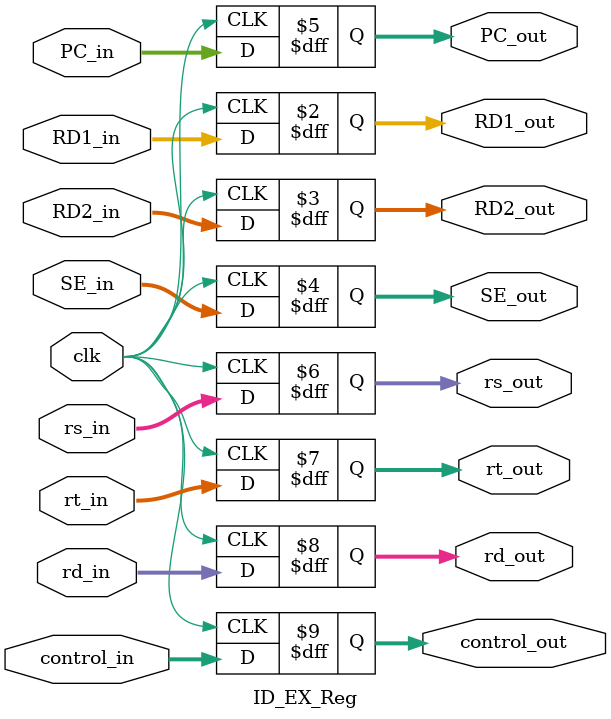
<source format=v>
module ID_EX_Reg(
    input clk,
    input [31:0] RD1_in, RD2_in, SE_in, PC_in,
    input [4:0] rs_in, rt_in, rd_in,
    input [7:0] control_in, // señales de control desde Unidad de Control
    output reg [31:0] RD1_out, RD2_out, SE_out, PC_out,
    output reg [4:0] rs_out, rt_out, rd_out,
    output reg [7:0] control_out
);
    always @(posedge clk) begin
        PC_out <= PC_in;
        RD1_out <= RD1_in;
        RD2_out <= RD2_in;
        SE_out <= SE_in;
        rs_out <= rs_in;
        rt_out <= rt_in;
        rd_out <= rd_in;
        control_out <= control_in;
    end
endmodule

</source>
